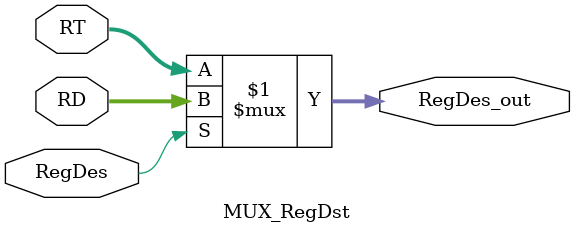
<source format=sv>
module MUX_RegDst(
    input logic [4:0] RT,          // rt field of instruction
    input logic [4:0] RD,          // rd field of instruction
    input logic RegDes,            // Select signal
    output logic [4:0] RegDes_out  // Output data
);

assign RegDes_out = RegDes ? RD : RT;

endmodule
</source>
